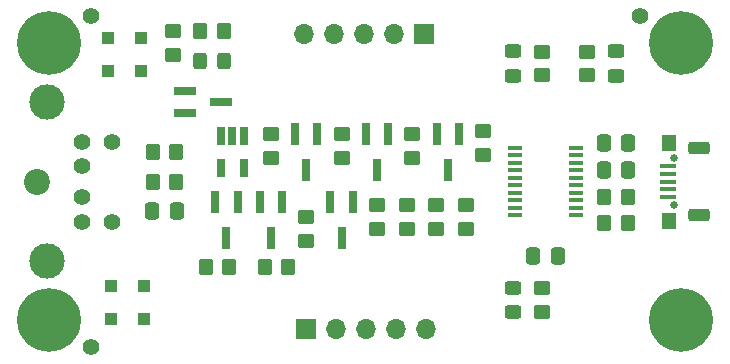
<source format=gbr>
%TF.GenerationSoftware,KiCad,Pcbnew,(6.0.7)*%
%TF.CreationDate,2023-04-17T23:48:31-04:00*%
%TF.ProjectId,minirib-usb,6d696e69-7269-4622-9d75-73622e6b6963,E*%
%TF.SameCoordinates,Original*%
%TF.FileFunction,Soldermask,Top*%
%TF.FilePolarity,Negative*%
%FSLAX46Y46*%
G04 Gerber Fmt 4.6, Leading zero omitted, Abs format (unit mm)*
G04 Created by KiCad (PCBNEW (6.0.7)) date 2023-04-17 23:48:31*
%MOMM*%
%LPD*%
G01*
G04 APERTURE LIST*
G04 Aperture macros list*
%AMRoundRect*
0 Rectangle with rounded corners*
0 $1 Rounding radius*
0 $2 $3 $4 $5 $6 $7 $8 $9 X,Y pos of 4 corners*
0 Add a 4 corners polygon primitive as box body*
4,1,4,$2,$3,$4,$5,$6,$7,$8,$9,$2,$3,0*
0 Add four circle primitives for the rounded corners*
1,1,$1+$1,$2,$3*
1,1,$1+$1,$4,$5*
1,1,$1+$1,$6,$7*
1,1,$1+$1,$8,$9*
0 Add four rect primitives between the rounded corners*
20,1,$1+$1,$2,$3,$4,$5,0*
20,1,$1+$1,$4,$5,$6,$7,0*
20,1,$1+$1,$6,$7,$8,$9,0*
20,1,$1+$1,$8,$9,$2,$3,0*%
G04 Aperture macros list end*
%ADD10C,1.400000*%
%ADD11RoundRect,0.250000X0.450000X-0.350000X0.450000X0.350000X-0.450000X0.350000X-0.450000X-0.350000X0*%
%ADD12C,5.400000*%
%ADD13C,3.100000*%
%ADD14R,1.100000X1.100000*%
%ADD15C,0.650000*%
%ADD16R,1.400000X0.400000*%
%ADD17RoundRect,0.262500X0.667500X-0.262500X0.667500X0.262500X-0.667500X0.262500X-0.667500X-0.262500X0*%
%ADD18R,1.200000X1.400000*%
%ADD19RoundRect,0.250000X-0.450000X0.350000X-0.450000X-0.350000X0.450000X-0.350000X0.450000X0.350000X0*%
%ADD20R,1.700000X1.700000*%
%ADD21O,1.700000X1.700000*%
%ADD22RoundRect,0.250000X-0.350000X-0.450000X0.350000X-0.450000X0.350000X0.450000X-0.350000X0.450000X0*%
%ADD23RoundRect,0.250000X0.450000X-0.325000X0.450000X0.325000X-0.450000X0.325000X-0.450000X-0.325000X0*%
%ADD24R,0.650000X1.560000*%
%ADD25R,0.800000X1.900000*%
%ADD26RoundRect,0.250000X0.337500X0.475000X-0.337500X0.475000X-0.337500X-0.475000X0.337500X-0.475000X0*%
%ADD27RoundRect,0.250000X0.350000X0.450000X-0.350000X0.450000X-0.350000X-0.450000X0.350000X-0.450000X0*%
%ADD28RoundRect,0.250000X0.325000X0.450000X-0.325000X0.450000X-0.325000X-0.450000X0.325000X-0.450000X0*%
%ADD29RoundRect,0.250000X-0.337500X-0.475000X0.337500X-0.475000X0.337500X0.475000X-0.337500X0.475000X0*%
%ADD30R,1.200000X0.400000*%
%ADD31R,1.900000X0.800000*%
%ADD32RoundRect,0.250000X-0.450000X0.325000X-0.450000X-0.325000X0.450000X-0.325000X0.450000X0.325000X0*%
%ADD33C,2.200000*%
%ADD34C,3.000000*%
G04 APERTURE END LIST*
D10*
%TO.C,th1*%
X106750000Y-91000000D03*
%TD*%
%TO.C,th2*%
X153250000Y-91000000D03*
%TD*%
%TO.C,th3*%
X106750000Y-119000000D03*
%TD*%
D11*
%TO.C,R10*%
X134000000Y-103000000D03*
X134000000Y-101000000D03*
%TD*%
D12*
%TO.C,H4*%
X103250000Y-116750000D03*
D13*
X103250000Y-116750000D03*
%TD*%
%TO.C,H1*%
X156750000Y-93250000D03*
D12*
X156750000Y-93250000D03*
%TD*%
D13*
%TO.C,H2*%
X156750000Y-116750000D03*
D12*
X156750000Y-116750000D03*
%TD*%
D14*
%TO.C,D3*%
X108500000Y-113850000D03*
X108500000Y-116650000D03*
%TD*%
D11*
%TO.C,R19*%
X136000000Y-109000000D03*
X136000000Y-107000000D03*
%TD*%
D15*
%TO.C,J1*%
X156150000Y-107000000D03*
X156150000Y-103000000D03*
D16*
X155640000Y-106300000D03*
X155640000Y-105650000D03*
X155640000Y-105000000D03*
X155640000Y-104350000D03*
X155640000Y-103700000D03*
D17*
X158300000Y-102175000D03*
D18*
X155750000Y-101700000D03*
X155750000Y-108300000D03*
D17*
X158300000Y-107825000D03*
%TD*%
D19*
%TO.C,R3*%
X131000000Y-107000000D03*
X131000000Y-109000000D03*
%TD*%
D20*
%TO.C,J4*%
X125000000Y-117500000D03*
D21*
X127540000Y-117500000D03*
X130080000Y-117500000D03*
X132620000Y-117500000D03*
X135160000Y-117500000D03*
%TD*%
D22*
%TO.C,R1*%
X150250000Y-106255000D03*
X152250000Y-106255000D03*
%TD*%
%TO.C,R14*%
X116000000Y-92250000D03*
X118000000Y-92250000D03*
%TD*%
D23*
%TO.C,D7*%
X142500000Y-93975000D03*
X142500000Y-96025000D03*
%TD*%
D24*
%TO.C,U2*%
X119700000Y-101150000D03*
X118750000Y-101150000D03*
X117800000Y-101150000D03*
X117800000Y-103850000D03*
X119700000Y-103850000D03*
%TD*%
D19*
%TO.C,R13*%
X113750000Y-92250000D03*
X113750000Y-94250000D03*
%TD*%
D25*
%TO.C,Q2*%
X122950000Y-106750000D03*
X121050000Y-106750000D03*
X122000000Y-109750000D03*
%TD*%
D14*
%TO.C,D4*%
X111250000Y-113850000D03*
X111250000Y-116650000D03*
%TD*%
D26*
%TO.C,C2*%
X144212500Y-111250000D03*
X146287500Y-111250000D03*
%TD*%
D11*
%TO.C,R15*%
X122000000Y-103000000D03*
X122000000Y-101000000D03*
%TD*%
D22*
%TO.C,R7*%
X112000000Y-105000000D03*
X114000000Y-105000000D03*
%TD*%
D27*
%TO.C,R6*%
X114000000Y-102500000D03*
X112000000Y-102500000D03*
%TD*%
%TO.C,R5*%
X118500000Y-112250000D03*
X116500000Y-112250000D03*
%TD*%
D28*
%TO.C,D6*%
X118025000Y-94750000D03*
X115975000Y-94750000D03*
%TD*%
D19*
%TO.C,R12*%
X148750000Y-96000000D03*
X148750000Y-94000000D03*
%TD*%
D13*
%TO.C,H3*%
X103250000Y-93250000D03*
D12*
X103250000Y-93250000D03*
%TD*%
D19*
%TO.C,R16*%
X128000000Y-101000000D03*
X128000000Y-103000000D03*
%TD*%
D29*
%TO.C,C3*%
X111962500Y-107500000D03*
X114037500Y-107500000D03*
%TD*%
D27*
%TO.C,R2*%
X152245000Y-108505000D03*
X150245000Y-108505000D03*
%TD*%
D11*
%TO.C,R20*%
X138500000Y-109000000D03*
X138500000Y-107000000D03*
%TD*%
%TO.C,R11*%
X133500000Y-109000000D03*
X133500000Y-107000000D03*
%TD*%
%TO.C,R18*%
X145000000Y-116000000D03*
X145000000Y-114000000D03*
%TD*%
D25*
%TO.C,Q3*%
X119200000Y-106750000D03*
X117300000Y-106750000D03*
X118250000Y-109750000D03*
%TD*%
D26*
%TO.C,C1*%
X152287500Y-104005000D03*
X150212500Y-104005000D03*
%TD*%
D20*
%TO.C,J3*%
X135000000Y-92500000D03*
D21*
X132460000Y-92500000D03*
X129920000Y-92500000D03*
X127380000Y-92500000D03*
X124840000Y-92500000D03*
%TD*%
D25*
%TO.C,Q1*%
X128950000Y-106750000D03*
X127050000Y-106750000D03*
X128000000Y-109750000D03*
%TD*%
D19*
%TO.C,R17*%
X145000000Y-96000000D03*
X145000000Y-94000000D03*
%TD*%
D30*
%TO.C,U1*%
X142650000Y-102142500D03*
X142650000Y-102777500D03*
X142650000Y-103412500D03*
X142650000Y-104047500D03*
X142650000Y-104682500D03*
X142650000Y-105317500D03*
X142650000Y-105952500D03*
X142650000Y-106587500D03*
X142650000Y-107222500D03*
X142650000Y-107857500D03*
X147850000Y-107857500D03*
X147850000Y-107222500D03*
X147850000Y-106587500D03*
X147850000Y-105952500D03*
X147850000Y-105317500D03*
X147850000Y-104682500D03*
X147850000Y-104047500D03*
X147850000Y-103412500D03*
X147850000Y-102777500D03*
X147850000Y-102142500D03*
%TD*%
D14*
%TO.C,D2*%
X108250000Y-95650000D03*
X108250000Y-92850000D03*
%TD*%
D31*
%TO.C,Q6*%
X114750000Y-97300000D03*
X114750000Y-99200000D03*
X117750000Y-98250000D03*
%TD*%
D25*
%TO.C,Q4*%
X137950000Y-101000000D03*
X136050000Y-101000000D03*
X137000000Y-104000000D03*
%TD*%
%TO.C,Q5*%
X131950000Y-101000000D03*
X130050000Y-101000000D03*
X131000000Y-104000000D03*
%TD*%
D14*
%TO.C,D1*%
X111000000Y-95650000D03*
X111000000Y-92850000D03*
%TD*%
D26*
%TO.C,C4*%
X152287500Y-101755000D03*
X150212500Y-101755000D03*
%TD*%
D23*
%TO.C,D5*%
X151250000Y-93975000D03*
X151250000Y-96025000D03*
%TD*%
D25*
%TO.C,Q7*%
X125950000Y-101000000D03*
X124050000Y-101000000D03*
X125000000Y-104000000D03*
%TD*%
D11*
%TO.C,R9*%
X140000000Y-102750000D03*
X140000000Y-100750000D03*
%TD*%
D27*
%TO.C,R4*%
X123500000Y-112250000D03*
X121500000Y-112250000D03*
%TD*%
D32*
%TO.C,D8*%
X142500000Y-113975000D03*
X142500000Y-116025000D03*
%TD*%
D33*
%TO.C,J2*%
X102250000Y-105000000D03*
D10*
X106050000Y-106300000D03*
X106050000Y-103700000D03*
X106050000Y-108400000D03*
X106050000Y-101600000D03*
X108550000Y-108400000D03*
X108550000Y-101600000D03*
D34*
X103050000Y-111750000D03*
X103050000Y-98250000D03*
%TD*%
D11*
%TO.C,R8*%
X125000000Y-110000000D03*
X125000000Y-108000000D03*
%TD*%
M02*

</source>
